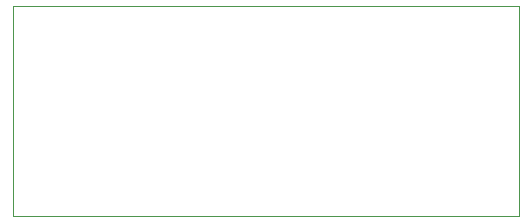
<source format=gbr>
%TF.GenerationSoftware,KiCad,Pcbnew,9.0.0*%
%TF.CreationDate,2025-04-24T23:50:51+03:00*%
%TF.ProjectId,Analog,416e616c-6f67-42e6-9b69-6361645f7063,rev?*%
%TF.SameCoordinates,Original*%
%TF.FileFunction,Profile,NP*%
%FSLAX46Y46*%
G04 Gerber Fmt 4.6, Leading zero omitted, Abs format (unit mm)*
G04 Created by KiCad (PCBNEW 9.0.0) date 2025-04-24 23:50:51*
%MOMM*%
%LPD*%
G01*
G04 APERTURE LIST*
%TA.AperFunction,Profile*%
%ADD10C,0.050000*%
%TD*%
G04 APERTURE END LIST*
D10*
X170383200Y-101219000D02*
X170383200Y-95072200D01*
X127543200Y-112903000D02*
X127543200Y-95072200D01*
X170383200Y-95072200D02*
X127543200Y-95072200D01*
X170383200Y-105410000D02*
X170383200Y-101219000D01*
X170383200Y-112903000D02*
X170383200Y-105410000D01*
X127543200Y-112903000D02*
X170383200Y-112903000D01*
M02*

</source>
